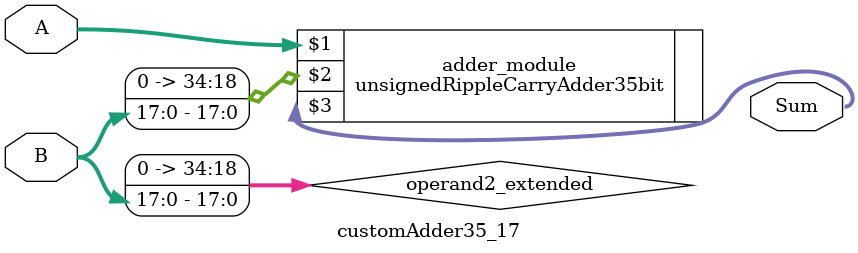
<source format=v>
module customAdder35_17(
                        input [34 : 0] A,
                        input [17 : 0] B,
                        
                        output [35 : 0] Sum
                );

        wire [34 : 0] operand2_extended;
        
        assign operand2_extended =  {17'b0, B};
        
        unsignedRippleCarryAdder35bit adder_module(
            A,
            operand2_extended,
            Sum
        );
        
        endmodule
        
</source>
